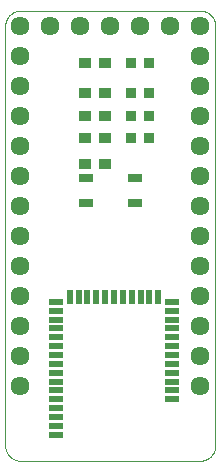
<source format=gts>
G75*
%MOIN*%
%OFA0B0*%
%FSLAX25Y25*%
%IPPOS*%
%LPD*%
%AMOC8*
5,1,8,0,0,1.08239X$1,22.5*
%
%ADD10C,0.00000*%
%ADD11C,0.06337*%
%ADD12R,0.03550X0.03550*%
%ADD13R,0.03943X0.03550*%
%ADD14R,0.04534X0.02959*%
%ADD15R,0.05124X0.02369*%
%ADD16R,0.02369X0.05124*%
D10*
X0006400Y0008900D02*
X0006400Y0148900D01*
X0006402Y0149040D01*
X0006408Y0149180D01*
X0006418Y0149320D01*
X0006431Y0149460D01*
X0006449Y0149599D01*
X0006471Y0149738D01*
X0006496Y0149875D01*
X0006525Y0150013D01*
X0006558Y0150149D01*
X0006595Y0150284D01*
X0006636Y0150418D01*
X0006681Y0150551D01*
X0006729Y0150683D01*
X0006781Y0150813D01*
X0006836Y0150942D01*
X0006895Y0151069D01*
X0006958Y0151195D01*
X0007024Y0151319D01*
X0007093Y0151440D01*
X0007166Y0151560D01*
X0007243Y0151678D01*
X0007322Y0151793D01*
X0007405Y0151907D01*
X0007491Y0152017D01*
X0007580Y0152126D01*
X0007672Y0152232D01*
X0007767Y0152335D01*
X0007864Y0152436D01*
X0007965Y0152533D01*
X0008068Y0152628D01*
X0008174Y0152720D01*
X0008283Y0152809D01*
X0008393Y0152895D01*
X0008507Y0152978D01*
X0008622Y0153057D01*
X0008740Y0153134D01*
X0008860Y0153207D01*
X0008981Y0153276D01*
X0009105Y0153342D01*
X0009231Y0153405D01*
X0009358Y0153464D01*
X0009487Y0153519D01*
X0009617Y0153571D01*
X0009749Y0153619D01*
X0009882Y0153664D01*
X0010016Y0153705D01*
X0010151Y0153742D01*
X0010287Y0153775D01*
X0010425Y0153804D01*
X0010562Y0153829D01*
X0010701Y0153851D01*
X0010840Y0153869D01*
X0010980Y0153882D01*
X0011120Y0153892D01*
X0011260Y0153898D01*
X0011400Y0153900D01*
X0071400Y0153900D01*
X0071540Y0153898D01*
X0071680Y0153892D01*
X0071820Y0153882D01*
X0071960Y0153869D01*
X0072099Y0153851D01*
X0072238Y0153829D01*
X0072375Y0153804D01*
X0072513Y0153775D01*
X0072649Y0153742D01*
X0072784Y0153705D01*
X0072918Y0153664D01*
X0073051Y0153619D01*
X0073183Y0153571D01*
X0073313Y0153519D01*
X0073442Y0153464D01*
X0073569Y0153405D01*
X0073695Y0153342D01*
X0073819Y0153276D01*
X0073940Y0153207D01*
X0074060Y0153134D01*
X0074178Y0153057D01*
X0074293Y0152978D01*
X0074407Y0152895D01*
X0074517Y0152809D01*
X0074626Y0152720D01*
X0074732Y0152628D01*
X0074835Y0152533D01*
X0074936Y0152436D01*
X0075033Y0152335D01*
X0075128Y0152232D01*
X0075220Y0152126D01*
X0075309Y0152017D01*
X0075395Y0151907D01*
X0075478Y0151793D01*
X0075557Y0151678D01*
X0075634Y0151560D01*
X0075707Y0151440D01*
X0075776Y0151319D01*
X0075842Y0151195D01*
X0075905Y0151069D01*
X0075964Y0150942D01*
X0076019Y0150813D01*
X0076071Y0150683D01*
X0076119Y0150551D01*
X0076164Y0150418D01*
X0076205Y0150284D01*
X0076242Y0150149D01*
X0076275Y0150013D01*
X0076304Y0149875D01*
X0076329Y0149738D01*
X0076351Y0149599D01*
X0076369Y0149460D01*
X0076382Y0149320D01*
X0076392Y0149180D01*
X0076398Y0149040D01*
X0076400Y0148900D01*
X0076400Y0008900D01*
X0076398Y0008760D01*
X0076392Y0008620D01*
X0076382Y0008480D01*
X0076369Y0008340D01*
X0076351Y0008201D01*
X0076329Y0008062D01*
X0076304Y0007925D01*
X0076275Y0007787D01*
X0076242Y0007651D01*
X0076205Y0007516D01*
X0076164Y0007382D01*
X0076119Y0007249D01*
X0076071Y0007117D01*
X0076019Y0006987D01*
X0075964Y0006858D01*
X0075905Y0006731D01*
X0075842Y0006605D01*
X0075776Y0006481D01*
X0075707Y0006360D01*
X0075634Y0006240D01*
X0075557Y0006122D01*
X0075478Y0006007D01*
X0075395Y0005893D01*
X0075309Y0005783D01*
X0075220Y0005674D01*
X0075128Y0005568D01*
X0075033Y0005465D01*
X0074936Y0005364D01*
X0074835Y0005267D01*
X0074732Y0005172D01*
X0074626Y0005080D01*
X0074517Y0004991D01*
X0074407Y0004905D01*
X0074293Y0004822D01*
X0074178Y0004743D01*
X0074060Y0004666D01*
X0073940Y0004593D01*
X0073819Y0004524D01*
X0073695Y0004458D01*
X0073569Y0004395D01*
X0073442Y0004336D01*
X0073313Y0004281D01*
X0073183Y0004229D01*
X0073051Y0004181D01*
X0072918Y0004136D01*
X0072784Y0004095D01*
X0072649Y0004058D01*
X0072513Y0004025D01*
X0072375Y0003996D01*
X0072238Y0003971D01*
X0072099Y0003949D01*
X0071960Y0003931D01*
X0071820Y0003918D01*
X0071680Y0003908D01*
X0071540Y0003902D01*
X0071400Y0003900D01*
X0011400Y0003900D01*
X0011260Y0003902D01*
X0011120Y0003908D01*
X0010980Y0003918D01*
X0010840Y0003931D01*
X0010701Y0003949D01*
X0010562Y0003971D01*
X0010425Y0003996D01*
X0010287Y0004025D01*
X0010151Y0004058D01*
X0010016Y0004095D01*
X0009882Y0004136D01*
X0009749Y0004181D01*
X0009617Y0004229D01*
X0009487Y0004281D01*
X0009358Y0004336D01*
X0009231Y0004395D01*
X0009105Y0004458D01*
X0008981Y0004524D01*
X0008860Y0004593D01*
X0008740Y0004666D01*
X0008622Y0004743D01*
X0008507Y0004822D01*
X0008393Y0004905D01*
X0008283Y0004991D01*
X0008174Y0005080D01*
X0008068Y0005172D01*
X0007965Y0005267D01*
X0007864Y0005364D01*
X0007767Y0005465D01*
X0007672Y0005568D01*
X0007580Y0005674D01*
X0007491Y0005783D01*
X0007405Y0005893D01*
X0007322Y0006007D01*
X0007243Y0006122D01*
X0007166Y0006240D01*
X0007093Y0006360D01*
X0007024Y0006481D01*
X0006958Y0006605D01*
X0006895Y0006731D01*
X0006836Y0006858D01*
X0006781Y0006987D01*
X0006729Y0007117D01*
X0006681Y0007249D01*
X0006636Y0007382D01*
X0006595Y0007516D01*
X0006558Y0007651D01*
X0006525Y0007787D01*
X0006496Y0007925D01*
X0006471Y0008062D01*
X0006449Y0008201D01*
X0006431Y0008340D01*
X0006418Y0008480D01*
X0006408Y0008620D01*
X0006402Y0008760D01*
X0006400Y0008900D01*
D11*
X0011400Y0028900D03*
X0011400Y0038900D03*
X0011400Y0048900D03*
X0011400Y0058900D03*
X0011400Y0068900D03*
X0011400Y0078900D03*
X0011400Y0088900D03*
X0011400Y0098900D03*
X0011400Y0108900D03*
X0011400Y0118900D03*
X0011400Y0128900D03*
X0011400Y0138900D03*
X0011400Y0148900D03*
X0021400Y0148900D03*
X0031400Y0148900D03*
X0041400Y0148900D03*
X0051400Y0148900D03*
X0061400Y0148900D03*
X0071400Y0148900D03*
X0071400Y0138900D03*
X0071400Y0128900D03*
X0071400Y0118900D03*
X0071400Y0108900D03*
X0071400Y0098900D03*
X0071400Y0088900D03*
X0071400Y0078900D03*
X0071400Y0068900D03*
X0071400Y0058900D03*
X0071400Y0048900D03*
X0071400Y0038900D03*
X0071400Y0028900D03*
D12*
X0054353Y0111400D03*
X0054353Y0118900D03*
X0054353Y0126400D03*
X0054353Y0136400D03*
X0048447Y0136400D03*
X0048447Y0126400D03*
X0048447Y0118900D03*
X0048447Y0111400D03*
D13*
X0039746Y0111400D03*
X0039746Y0118900D03*
X0039746Y0126400D03*
X0039746Y0136400D03*
X0033054Y0136400D03*
X0033054Y0126400D03*
X0033054Y0118900D03*
X0033054Y0111400D03*
X0033054Y0102650D03*
X0039746Y0102650D03*
D14*
X0033231Y0098132D03*
X0033231Y0089668D03*
X0049569Y0089668D03*
X0049569Y0098132D03*
D15*
X0061941Y0056853D03*
X0061941Y0053900D03*
X0061941Y0050947D03*
X0061941Y0047994D03*
X0061941Y0045042D03*
X0061941Y0042089D03*
X0061941Y0039136D03*
X0061941Y0036183D03*
X0061941Y0033231D03*
X0061941Y0030278D03*
X0061941Y0027325D03*
X0061941Y0024372D03*
X0023359Y0024372D03*
X0023359Y0021420D03*
X0023359Y0018467D03*
X0023359Y0015514D03*
X0023359Y0012561D03*
X0023359Y0027325D03*
X0023359Y0030278D03*
X0023359Y0033231D03*
X0023359Y0036183D03*
X0023359Y0039136D03*
X0023359Y0042089D03*
X0023359Y0045042D03*
X0023359Y0047994D03*
X0023359Y0050947D03*
X0023359Y0053900D03*
X0023359Y0056853D03*
D16*
X0027886Y0058624D03*
X0030839Y0058624D03*
X0033792Y0058624D03*
X0036744Y0058624D03*
X0039697Y0058624D03*
X0042650Y0058624D03*
X0045603Y0058624D03*
X0048556Y0058624D03*
X0051508Y0058624D03*
X0054461Y0058624D03*
X0057414Y0058624D03*
M02*

</source>
